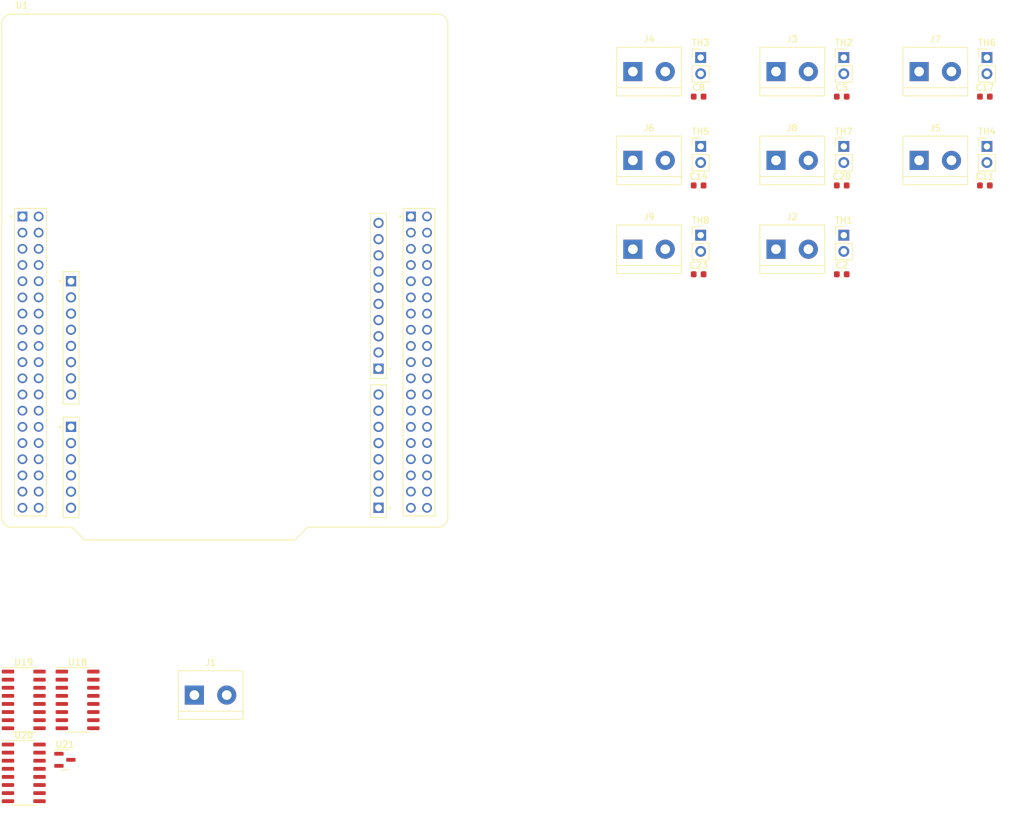
<source format=kicad_pcb>
(kicad_pcb (version 20211014) (generator pcbnew)
  (layers (0 "F.Cu" signal) (31 "B.Cu" signal) (34 "B.Paste" user) (35 "F.Paste" user) (36 "B.SilkS" user "B.Silkscreen") (37 "F.SilkS" user "F.Silkscreen") (38 "B.Mask" user) (39 "F.Mask" user) (44 "Edge.Cuts" user))
  (net 0 "")
  (net 1 "GND")
  (net 2 "/test-battery-1/VBAT")
  (net 3 "/test-battery-2/VBAT")
  (net 4 "/test-battery-3/VBAT")
  (net 5 "/test-battery-4/VBAT")
  (net 6 "/test-battery-5/VBAT")
  (net 7 "/test-battery-8/VBAT")
  (net 8 "/test-battery-7/VBAT")
  (net 9 "/test-battery-6/VBAT")
  (net 39 "Net-(U1-PadCN10_20)")
  (net 65 "+5V")
  (net 66 "/SENSOR_22")
  (net 67 "/Board/SPI_ADC_CS_1")
  (net 91 "VCC")
  (net 92 "/SIGNAL_10")
  (net 93 "/SIGNAL_11")
  (net 94 "/SIGNAL_20")
  (net 95 "/SIGNAL_21")
  (net 97 "/SENSOR_10")
  (net 98 "/SENSOR_12")
  (net 99 "/SENSOR_20")
  (net 100 "+3.3V")
  (net 101 "/Board/SPI_ADC_MOSI")
  (net 102 "/Board/SPI_ADC_MISO")
  (net 103 "/Board/SPI_ADC_SCK")
  (net 104 "+5VA")
  (net 105 "/Board/SPI_ADC_CS_2")
  (net 106 "/Board/SPI_ADC_CS_3")
  (net 107 "Net-(C25-Pad1)")
  (net 109 "/SENSOR_30")
  (net 110 "/SENSOR_40")
  (net 111 "/SENSOR_50")
  (net 112 "/SENSOR_60")
  (net 113 "/SENSOR_70")
  (net 114 "/SENSOR_80")
  (net 115 "/SENSOR_11")
  (net 116 "/SENSOR_21")
  (net 117 "/SENSOR_31")
  (net 118 "/SENSOR_41")
  (net 119 "/SENSOR_51")
  (net 120 "/SENSOR_61")
  (net 121 "/SENSOR_71")
  (net 122 "/SENSOR_81")
  (net 123 "/SENSOR_32")
  (net 124 "/SENSOR_42")
  (net 125 "/SENSOR_52")
  (net 126 "/SENSOR_62")
  (net 127 "/SENSOR_72")
  (net 128 "/SENSOR_82")
  (net 131 "Net-(U1-PadCN6_6)")
  (net 136 "Net-(1-10m1-Pad1)")
  (net 137 "Net-(1-10m2-Pad1)")
  (net 138 "Net-(1-10m3-Pad1)")
  (net 139 "Net-(1-10m4-Pad1)")
  (net 140 "Net-(1-10m5-Pad1)")
  (net 141 "Net-(1-10m6-Pad1)")
  (net 142 "Net-(1-10m7-Pad1)")
  (net 143 "Net-(1-10m8-Pad1)")
  (footprint "TerminalBlock:TerminalBlock_bornier-2_P5.08mm" (layer "F.Cu") (at 129.78 64.65)
    (fp_text reference "J9" (at 2.54 -5.08) (layer "F.SilkS"))
    (fp_text value "Conn_01x02_Female")
    (fp_line (start 7.62 2.54) (end -2.54 2.54) (layer "F.SilkS") (width 0.12))
    (fp_line (start 7.62 -3.81) (end -2.54 -3.81) (layer "F.SilkS") (width 0.12))
    (fp_line (start -2.54 -3.81) (end -2.54 3.81) (layer "F.SilkS") (width 0.12))
    (fp_line (start -2.54 3.81) (end 7.62 3.81) (layer "F.SilkS") (width 0.12))
    (fp_line (start 7.62 3.81) (end 7.62 -3.81) (layer "F.SilkS") (width 0.12))
    (pad "1" thru_hole rect (at 0 0) (size 3 3) (drill 1.52) (layers *.Cu *.Mask) (net 143 "Net-(1-10m8-Pad1)"))
    (pad "2" thru_hole circle (at 5.08 0) (size 3 3) (drill 1.52) (layers *.Cu *.Mask) (net 9 "/test-battery-6/VBAT"))
  )
  (footprint "Package_SO:SOIC-16_3.9x9.9mm_P1.27mm" (layer "F.Cu") (at 34.18 135.38)
    (fp_text reference "U19" (at 0 -5.9) (layer "F.SilkS"))
    (fp_text value "MCP3008")
    (fp_line (start 0 -5.06) (end 1.95 -5.06) (layer "F.SilkS") (width 0.12))
    (fp_line (start 0 5.06) (end 1.95 5.06) (layer "F.SilkS") (width 0.12))
    (fp_line (start 0 -5.06) (end -3.45 -5.06) (layer "F.SilkS") (width 0.12))
    (fp_line (start 0 5.06) (end -1.95 5.06) (layer "F.SilkS") (width 0.12))
    (pad "1" smd roundrect (at -2.475 -4.445) (size 1.95 0.6) (layers "F.Cu" "F.Paste" "F.Mask") (net 115 "/SENSOR_11"))
    (pad "2" smd roundrect (at -2.475 -3.175) (size 1.95 0.6) (layers "F.Cu" "F.Paste" "F.Mask") (net 116 "/SENSOR_21"))
    (pad "3" smd roundrect (at -2.475 -1.905) (size 1.95 0.6) (layers "F.Cu" "F.Paste" "F.Mask") (net 117 "/SENSOR_31"))
    (pad "4" smd roundrect (at -2.475 -0.635) (size 1.95 0.6) (layers "F.Cu" "F.Paste" "F.Mask") (net 118 "/SENSOR_41"))
    (pad "5" smd roundrect (at -2.475 0.635) (size 1.95 0.6) (layers "F.Cu" "F.Paste" "F.Mask") (net 119 "/SENSOR_51"))
    (pad "6" smd roundrect (at -2.475 1.905) (size 1.95 0.6) (layers "F.Cu" "F.Paste" "F.Mask") (net 120 "/SENSOR_61"))
    (pad "7" smd roundrect (at -2.475 3.175) (size 1.95 0.6) (layers "F.Cu" "F.Paste" "F.Mask") (net 121 "/SENSOR_71"))
    (pad "8" smd roundrect (at -2.475 4.445) (size 1.95 0.6) (layers "F.Cu" "F.Paste" "F.Mask") (net 122 "/SENSOR_81"))
    (pad "9" smd roundrect (at 2.475 4.445) (size 1.95 0.6) (layers "F.Cu" "F.Paste" "F.Mask") (net 1 "GND"))
    (pad "10" smd roundrect (at 2.475 3.175) (size 1.95 0.6) (layers "F.Cu" "F.Paste" "F.Mask") (net 105 "/Board/SPI_ADC_CS_2"))
    (pad "11" smd roundrect (at 2.475 1.905) (size 1.95 0.6) (layers "F.Cu" "F.Paste" "F.Mask") (net 101 "/Board/SPI_ADC_MOSI"))
    (pad "12" smd roundrect (at 2.475 0.635) (size 1.95 0.6) (layers "F.Cu" "F.Paste" "F.Mask") (net 102 "/Board/SPI_ADC_MISO"))
    (pad "13" smd roundrect (at 2.475 -0.635) (size 1.95 0.6) (layers "F.Cu" "F.Paste" "F.Mask") (net 103 "/Board/SPI_ADC_SCK"))
    (pad "14" smd roundrect (at 2.475 -1.905) (size 1.95 0.6) (layers "F.Cu" "F.Paste" "F.Mask") (net 1 "GND"))
    (pad "15" smd roundrect (at 2.475 -3.175) (size 1.95 0.6) (layers "F.Cu" "F.Paste" "F.Mask") (net 104 "+5VA"))
    (pad "16" smd roundrect (at 2.475 -4.445) (size 1.95 0.6) (layers "F.Cu" "F.Paste" "F.Mask") (net 65 "+5V"))
  )
  (footprint "TerminalBlock:TerminalBlock_bornier-2_P5.08mm" (layer "F.Cu") (at 129.78 36.77)
    (fp_text reference "J4" (at 2.54 -5.08) (layer "F.SilkS"))
    (fp_text value "Conn_01x02_Female")
    (fp_line (start 7.62 -3.81) (end -2.54 -3.81) (layer "F.SilkS") (width 0.12))
    (fp_line (start -2.54 3.81) (end 7.62 3.81) (layer "F.SilkS") (width 0.12))
    (fp_line (start 7.62 3.81) (end 7.62 -3.81) (layer "F.SilkS") (width 0.12))
    (fp_line (start 7.62 2.54) (end -2.54 2.54) (layer "F.SilkS") (width 0.12))
    (fp_line (start -2.54 -3.81) (end -2.54 3.81) (layer "F.SilkS") (width 0.12))
    (pad "1" thru_hole rect (at 0 0) (size 3 3) (drill 1.52) (layers *.Cu *.Mask) (net 138 "Net-(1-10m3-Pad1)"))
    (pad "2" thru_hole circle (at 5.08 0) (size 3 3) (drill 1.52) (layers *.Cu *.Mask) (net 4 "/test-battery-3/VBAT"))
  )
  (footprint "TerminalBlock:TerminalBlock_bornier-2_P5.08mm" (layer "F.Cu") (at 152.24 36.77)
    (fp_text reference "J3" (at 2.54 -5.08) (layer "F.SilkS"))
    (fp_text value "Conn_01x02_Female")
    (fp_line (start 7.62 -3.81) (end -2.54 -3.81) (layer "F.SilkS") (width 0.12))
    (fp_line (start 7.62 2.54) (end -2.54 2.54) (layer "F.SilkS") (width 0.12))
    (fp_line (start 7.62 3.81) (end 7.62 -3.81) (layer "F.SilkS") (width 0.12))
    (fp_line (start -2.54 3.81) (end 7.62 3.81) (layer "F.SilkS") (width 0.12))
    (fp_line (start -2.54 -3.81) (end -2.54 3.81) (layer "F.SilkS") (width 0.12))
    (pad "1" thru_hole rect (at 0 0) (size 3 3) (drill 1.52) (layers *.Cu *.Mask) (net 137 "Net-(1-10m2-Pad1)"))
    (pad "2" thru_hole circle (at 5.08 0) (size 3 3) (drill 1.52) (layers *.Cu *.Mask) (net 3 "/test-battery-2/VBAT"))
  )
  (footprint "TerminalBlock:TerminalBlock_bornier-2_P5.08mm" (layer "F.Cu") (at 152.24 64.65)
    (fp_text reference "J2" (at 2.54 -5.08) (layer "F.SilkS"))
    (fp_text value "Conn_01x02_Female")
    (fp_line (start -2.54 -3.81) (end -2.54 3.81) (layer "F.SilkS") (width 0.12))
    (fp_line (start -2.54 3.81) (end 7.62 3.81) (layer "F.SilkS") (width 0.12))
    (fp_line (start 7.62 -3.81) (end -2.54 -3.81) (layer "F.SilkS") (width 0.12))
    (fp_line (start 7.62 2.54) (end -2.54 2.54) (layer "F.SilkS") (width 0.12))
    (fp_line (start 7.62 3.81) (end 7.62 -3.81) (layer "F.SilkS") (width 0.12))
    (pad "1" thru_hole rect (at 0 0) (size 3 3) (drill 1.52) (layers *.Cu *.Mask) (net 136 "Net-(1-10m1-Pad1)"))
    (pad "2" thru_hole circle (at 5.08 0) (size 3 3) (drill 1.52) (layers *.Cu *.Mask) (net 2 "/test-battery-1/VBAT"))
  )
  (footprint "Connector_PinHeader_2.54mm:PinHeader_1x02_P2.54mm_Vertical" (layer "F.Cu") (at 140.42 48.51)
    (fp_text reference "TH5" (at 0 -2.33) (layer "F.SilkS"))
    (fp_text value "Thermistor_NTC")
    (fp_line (start 1.33 1.27) (end 1.33 3.87) (layer "F.SilkS") (width 0.12))
    (fp_line (start -1.33 1.27) (end -1.33 3.87) (layer "F.SilkS") (width 0.12))
    (fp_line (start -1.33 3.87) (end 1.33 3.87) (layer "F.SilkS") (width 0.12))
    (fp_line (start -1.33 -1.33) (end 0 -1.33) (layer "F.SilkS") (width 0.12))
    (fp_line (start -1.33 0) (end -1.33 -1.33) (layer "F.SilkS") (width 0.12))
    (fp_line (start -1.33 1.27) (end 1.33 1.27) (layer "F.SilkS") (width 0.12))
    (pad "1" thru_hole rect (at 0 0) (size 1.7 1.7) (drill 1) (layers *.Cu *.Mask) (net 65 "+5V"))
    (pad "2" thru_hole oval (at 0 2.54) (size 1.7 1.7) (drill 1) (layers *.Cu *.Mask) (net 125 "/SENSOR_52"))
  )
  (footprint "Package_SO:SOIC-16_3.9x9.9mm_P1.27mm" (layer "F.Cu") (at 42.63 135.38)
    (fp_text reference "U18" (at 0 -5.9) (layer "F.SilkS"))
    (fp_text value "MCP3008")
    (fp_line (start 0 -5.06) (end -3.45 -5.06) (layer "F.SilkS") (width 0.12))
    (fp_line (start 0 5.06) (end -1.95 5.06) (layer "F.SilkS") (width 0.12))
    (fp_line (start 0 5.06) (end 1.95 5.06) (layer "F.SilkS") (width 0.12))
    (fp_line (start 0 -5.06) (end 1.95 -5.06) (layer "F.SilkS") (width 0.12))
    (pad "1" smd roundrect (at -2.475 -4.445) (size 1.95 0.6) (layers "F.Cu" "F.Paste" "F.Mask") (net 97 "/SENSOR_10"))
    (pad "2" smd roundrect (at -2.475 -3.175) (size 1.95 0.6) (layers "F.Cu" "F.Paste" "F.Mask") (net 99 "/SENSOR_20"))
    (pad "3" smd roundrect (at -2.475 -1.905) (size 1.95 0.6) (layers "F.Cu" "F.Paste" "F.Mask") (net 109 "/SENSOR_30"))
    (pad "4" smd roundrect (at -2.475 -0.635) (size 1.95 0.6) (layers "F.Cu" "F.Paste" "F.Mask") (net 110 "/SENSOR_40"))
    (pad "5" smd roundrect (at -2.475 0.635) (size 1.95 0.6) (layers "F.Cu" "F.Paste" "F.Mask") (net 111 "/SENSOR_50"))
    (pad "6" smd roundrect (at -2.475 1.905) (size 1.95 0.6) (layers "F.Cu" "F.Paste" "F.Mask") (net 112 "/SENSOR_60"))
    (pad "7" smd roundrect (at -2.475 3.175) (size 1.95 0.6) (layers "F.Cu" "F.Paste" "F.Mask") (net 113 "/SENSOR_70"))
    (pad "8" smd roundrect (at -2.475 4.445) (size 1.95 0.6) (layers "F.Cu" "F.Paste" "F.Mask") (net 114 "/SENSOR_80"))
    (pad "9" smd roundrect (at 2.475 4.445) (size 1.95 0.6) (layers "F.Cu" "F.Paste" "F.Mask") (net 1 "GND"))
    (pad "10" smd roundrect (at 2.475 3.175) (size 1.95 0.6) (layers "F.Cu" "F.Paste" "F.Mask") (net 67 "/Board/SPI_ADC_CS_1"))
    (pad "11" smd roundrect (at 2.475 1.905) (size 1.95 0.6) (layers "F.Cu" "F.Paste" "F.Mask") (net 101 "/Board/SPI_ADC_MOSI"))
    (pad "12" smd roundrect (at 2.475 0.635) (size 1.95 0.6) (layers "F.Cu" "F.Paste" "F.Mask") (net 102 "/Board/SPI_ADC_MISO"))
    (pad "13" smd roundrect (at 2.475 -0.635) (size 1.95 0.6) (layers "F.Cu" "F.Paste" "F.Mask") (net 103 "/Board/SPI_ADC_SCK"))
    (pad "14" smd roundrect (at 2.475 -1.905) (size 1.95 0.6) (layers "F.Cu" "F.Paste" "F.Mask") (net 1 "GND"))
    (pad "15" smd roundrect (at 2.475 -3.175) (size 1.95 0.6) (layers "F.Cu" "F.Paste" "F.Mask") (net 104 "+5VA"))
    (pad "16" smd roundrect (at 2.475 -4.445) (size 1.95 0.6) (layers "F.Cu" "F.Paste" "F.Mask") (net 65 "+5V"))
  )
  (footprint "Capacitor_SMD:C_0603_1608Metric" (layer "F.Cu") (at 162.56 54.64)
    (fp_text reference "C20" (at 0 -1.43) (layer "F.SilkS"))
    (fp_text value "C")
    (fp_line (start -0.14058 0.51) (end 0.14058 0.51) (layer "F.SilkS") (width 0.12))
    (fp_line (start -0.14058 -0.51) (end 0.14058 -0.51) (layer "F.SilkS") (width 0.12))
    (pad "1" smd roundrect (at -0.775 0) (size 0.9 0.95) (layers "F.Cu" "F.Paste" "F.Mask") (net 8 "/test-battery-7/VBAT"))
    (pad "2" smd roundrect (at 0.775 0) (size 0.9 0.95) (layers "F.Cu" "F.Paste" "F.Mask") (net 1 "GND"))
  )
  (footprint "STS_Boards:ST_Morpho_Connector_64_MountingHoles" (layer "F.Cu") (at 65.73 69.02)
    (fp_text reference "U1" (at -31.825 -42.635) (layer "F.SilkS"))
    (fp_text value "NUCLEO-F401RE")
    (fp_line (start -33.5 -41.25) (end 33.5 -41.25) (layer "F.SilkS") (width 0.127))
    (fp_line (start 22.88 -10.01) (end 22.88 15.89) (layer "F.SilkS") (width 0.127))
    (fp_line (start -35 37.75) (end -35 -39.75) (layer "F.SilkS") (width 0.127))
    (fp_line (start -22.88 37.73) (end -22.88 21.99) (layer "F.SilkS") (width 0.127))
    (fp_line (start 11 41.25) (end -22 41.25) (layer "F.SilkS") (width 0.127))
    (fp_line (start -32.98 37.48) (end -27.98 37.48) (layer "F.SilkS") (width 0.127))
    (fp_line (start 22.88 16.91) (end 22.88 37.73) (layer "F.SilkS") (width 0.127))
    (fp_line (start -25.38 37.73) (end -22.88 37.73) (layer "F.SilkS") (width 0.127))
    (fp_line (start -25.38 19.95) (end -22.88 19.95) (layer "F.SilkS") (width 0.127))
    (fp_line (start 25.38 15.89) (end 25.38 -10.01) (layer "F.SilkS") (width 0.127))
    (fp_line (start -27.98 37.48) (end -27.98 -10.78) (layer "F.SilkS") (width 0.127))
    (fp_line (start 27.98 -10.78) (end 27.98 37.48) (layer "F.SilkS") (width 0.127))
    (fp_line (start -25.38 -0.87) (end -25.38 19.95) (layer "F.SilkS") (width 0.127))
    (fp_line (start -32.98 -10.78) (end -32.98 37.48) (layer "F.SilkS") (width 0.127))
    (fp_line (start -22.88 -0.87) (end -25.38 -0.87) (layer "F.SilkS") (width 0.127))
    (fp_line (start -22 41.25) (end -24 39.25) (layer "F.SilkS") (width 0.127))
    (fp_line (start 22.88 15.89) (end 25.38 15.89) (layer "F.SilkS") (width 0.127))
    (fp_line (start 25.38 16.91) (end 22.88 16.91) (layer "F.SilkS") (width 0.127))
    (fp_line (start -22.88 19.95) (end -22.88 -0.87) (layer "F.SilkS") (width 0.127))
    (fp_line (start 25.38 -10.01) (end 22.88 -10.01) (layer "F.SilkS") (width 0.127))
    (fp_line (start 22.88 37.73) (end 25.38 37.73) (layer "F.SilkS") (width 0.127))
    (fp_line (start -25.38 21.99) (end -25.38 37.73) (layer "F.SilkS") (width 0.127))
    (fp_line (start 27.98 37.48) (end 32.98 37.48) (layer "F.SilkS") (width 0.127))
    (fp_line (start 32.98 37.48) (end 32.98 -10.78) (layer "F.SilkS") (width 0.127))
    (fp_line (start -22.88 21.99) (end -25.38 21.99) (layer "F.SilkS") (width 0.127))
    (fp_line (start -27.98 -10.78) (end -32.98 -10.78) (layer "F.SilkS") (width 0.127))
    (fp_line (start -24 39.25) (end -33.5 39.25) (layer "F.SilkS") (width 0.127))
    (fp_line (start 13 39.25) (end 11 41.25) (layer "F.SilkS") (width 0.127))
    (fp_line (start 33.5 39.25) (end 13 39.25) (layer "F.SilkS") (width 0.127))
    (fp_line (start 25.38 37.73) (end 25.38 16.91) (layer "F.SilkS") (width 0.127))
    (fp_line (start 32.98 -10.78) (end 27.98 -10.78) (layer "F.SilkS") (width 0.127))
    (fp_line (start 35 -39.75) (end 35 37.75) (layer "F.SilkS") (width 0.127))
    (fp_arc (start -35 -39.75) (mid -34.56066 -40.81066) (end -33.5 -41.25) (layer "F.SilkS") (width 0.127))
    (fp_arc (start 33.5 -41.25) (mid 34.56066 -40.81066) (end 35 -39.75) (layer "F.SilkS") (width 0.127))
    (fp_arc (start 35 37.75) (mid 34.56066 38.81066) (end 33.5 39.25) (layer "F.SilkS") (width 0.127))
    (fp_arc (start -33.5 39.25) (mid -34.56066 38.81066) (end -35 37.75) (layer "F.SilkS") (width 0.127))
    (fp_circle (center -25.88 23.51) (end -25.78 23.51) (layer "F.SilkS") (width 0.2) (fill none))
    (fp_circle (center 27.46 -9.51) (end 27.56 -9.51) (layer "F.SilkS") (width 0.2) (fill none))
    (fp_circle (center 25.88 14.37) (end 25.98 14.37) (layer "F.SilkS") (width 0.2) (fill none))
    (fp_circle (center -25.88 0.65) (end -25.78 0.65) (layer "F.SilkS") (width 0.2) (fill none))
    (fp_circle (center -33.5 -9.51) (end -33.4 -9.51) (layer "F.SilkS") (width 0.2) (fill none))
    (fp_circle (center 25.88 36.21) (end 25.98 36.21) (layer "F.SilkS") (width 0.2) (fill none))
    (pad "" np_thru_hole circle (at -24.13 -13.32) (size 3 3) (drill 3) (layers *.Cu *.Mask))
    (pad "" np_thru_hole circle (at 8.89 38.75) (size 3 3) (drill 3) (layers *.Cu *.Mask))
    (pad "" np_thru_hole circle (at 24.13 -12.05) (size 3 3) (drill 3) (layers *.Cu *.Mask))
    (pad "CN5_1" thru_hole rect (at 24.13 14.37) (size 1.605 1.605) (drill 1.07) (layers *.Cu *.Mask))
    (pad "CN5_2" thru_hole circle (at 24.13 11.83) (size 1.605 1.605) (drill 1.07) (layers *.Cu *.Mask))
    (pad "CN5_3" thru_hole circle (at 24.13 9.29) (size 1.605 1.605) (drill 1.07) (layers *.Cu *.Mask))
    (pad "CN5_4" thru_hole circle (at 24.13 6.75) (size 1.605 1.605) (drill 1.07) (layers *.Cu *.Mask))
    (pad "CN5_5" thru_hole circle (at 24.13 4.21) (size 1.605 1.605) (drill 1.07) (layers *.Cu *.Mask))
    (pad "CN5_6" thru_hole circle (at 24.13 1.67) (size 1.605 1.605) (drill 1.07) (layers *.Cu *.Mask))
    (pad "CN5_7" thru_hole circle (at 24.13 -0.87) (size 1.605 1.605) (drill 1.07) (layers *.Cu *.Mask))
    (pad "CN5_8" thru_hole circle (at 24.13 -3.41) (size 1.605 1.605) (drill 1.07) (layers *.Cu *.Mask))
    (pad "CN5_9" thru_hole circle (at 24.13 -5.95) (size 1.605 1.605) (drill 1.07) (layers *.Cu *.Mask))
    (pad "CN5_10" thru_hole circle (at 24.13 -8.49) (size 1.605 1.605) (drill 1.07) (layers *.Cu *.Mask))
    (pad "CN6_1" thru_hole rect (at -24.13 0.65) (size 1.605 1.605) (drill 1.07) (layers *.Cu *.Mask))
    (pad "CN6_2" thru_hole circle (at -24.13 3.19) (size 1.605 1.605) (drill 1.07) (layers *.Cu *.Mask))
    (pad "CN6_3" thru_hole circle (at -24.13 5.73) (size 1.605 1.605) (drill 1.07) (layers *.Cu *.Mask))
    (pad "CN6_4" thru_hole circle (at -24.13 8.27) (size 1.605 1.605) (drill 1.07) (layers *.Cu *.Mask))
    (pad "CN6_5" thru_hole circle (at -24.13 10.81) (size 1.605 1.605) (drill 1.07) (layers *.Cu *.Mask))
    (pad "CN6_6" thru_hole circle (at -24.13 13.35) (size 1.605 1.605) (drill 1.07) (layers *.Cu *.Mask) (net 131 "Net-(U1-PadCN6_6)"))
    (pad "CN6_7" thru_hole circle (at -24.13 15.89) (size 1.605 1.605) (drill 1.07) (layers *.Cu *.Mask) (net 131 "Net-(U1-PadCN6_6)"))
    (pad "CN6_8" thru_hole circle (at -24.13 18.43) (size 1.605 1.605) (drill 1.07) (layers *.Cu *.Mask))
    (pad "CN7_1" thru_hole rect (at -31.75 -9.51) (size 1.53 1.53) (drill 1.02) (layers *.Cu *.Mask) (net 95 "/SIGNAL_21"))
    (pad "CN7_2" thru_hole circle (at -29.21 -9.51) (size 1.53 1.53) (drill 1.02) (layers *.Cu *.Mask) (net 92 "/SIGNAL_10"))
    (pad "CN7_3" thru_hole circle (at -31.75 -6.97) (size 1.53 1.53) (drill 1.02) (layers *.Cu *.Mask) (net 94 "/SIGNAL_20"))
    (pad "CN7_4" thru_hole circle (at -29.21 -6.97) (size 1.53 1.53) (drill 1.02) (layers *.Cu *.Mask))
    (pad "CN7_5" thru_hole circle (at -31.75 -4.43) (size 1.53 1.53) (drill 1.02) (layers *.Cu *.Mask))
    (pad "CN7_6" thru_hole circle (at -29.21 -4.43) (size 1.53 1.53) (drill 1.02) (layers *.Cu *.Mask))
    (pad "CN7_7" thru_hole circle (at -31.75 -1.89) (size 1.53 1.53) (drill 1.02) (layers *.Cu *.Mask))
    (pad "CN7_8" thru_hole circle (at -29.21 -1.89) (size 1.53 1.53) (drill 1.02) (layers *.Cu *.Mask) (net 1 "GND"))
    (pad "CN7_9" thru_hole circle (at -31.75 0.65) (size 1.53 1.53) (drill 1.02) (layers *.Cu *.Mask))
    (pad "CN7_10" thru_hole circle (at -29.21 0.65) (size 1.53 1.53) (drill 1.02) (layers *.Cu *.Mask))
    (pad "CN7_11" thru_hole circle (at -31.75 3.19) (size 1.53 1.53) (drill 1.02) (layers *.Cu *.Mask))
    (pad "CN7_12" thru_hole circle (at -29.21 3.19) (size 1.53 1.53) (drill 1.02) (layers *.Cu *.Mask))
    (pad "CN7_13" thru_hole circle (at -31.75 5.73) (size 1.53 1.53) (drill 1.02) (layers *.Cu *.Mask) (net 93 "/SIGNAL_11"))
    (pad "CN7_14" thru_hole circle (at -29.21 5.73) (size 1.53 1.53) (drill 1.02) (layers *.Cu *.Mask))
    (pad "CN7_15" thru_hole circle (at -31.75 8.27) (size 1.53 1.53) (drill 1.02) (layers *.Cu *.Mask))
    (pad "CN7_16" thru_hole circle (at -29.21 8.27) (size 1.53 1.53) (drill 1.02) (layers *.Cu *.Mask) (net 65 "+5V"))
    (pad "CN7_17" thru_hole circle (at -31.75 10.81) (size 1.53 1.53) (drill 1.02) (layers *.Cu *.Mask))
    (pad "CN7_18" thru_hole circle (at -29.21 10.81) (size 1.53 1.53) (drill 1.02) (layers *.Cu *.Mask) (net 100 "+3.3V"))
    (pad "CN7_19" thru_hole circle (at -31.75 13.35) (size 1.53 1.53) (drill 1.02) (layers *.Cu *.Mask) (net 1 "GND"))
    (pad "CN7_20" thru_hole circle (at -29.21 13.35) (size 1.53 1.53) (drill 1.02) (layers *.Cu *.Mask) (net 1 "GND"))
    (pad "CN7_21" thru_hole circle (at -31.75 15.89) (size 1.53 1.53) (drill 1.02) (layers *.Cu *.Mask))
    (pad "CN7_22" thru_hole circle (at -29.21 15.89) (size 1.53 1.53) (drill 1.02) (layers *.Cu *.Mask) (net 1 "GND"))
    (pad "CN7_23" thru_hole circle (at -31.75 18.43) (size 1.53 1.53) (drill 1.02) (layers *.Cu *.Mask))
    (pad "CN7_24" thru_hole circle (at -29.21 18.43) (size 1.53 1.53) (drill 1.02) (layers *.Cu *.Mask) (net 91 "VCC"))
    (pad "CN7_25" thru_hole circle (at -31.75 20.97) (size 1.53 1.53) (drill 1.02) (layers *.Cu *.Mask))
    (pad "CN7_26" thru_hole circle (at -29.21 20.97) (size 1.53 1.53) (drill 1.02) (layers *.Cu *.Mask))
    (pad "CN7_27" thru_hole circle (at -31.75 23.51) (size 1.53 1.53) (drill 1.02) (layers *.Cu *.Mask))
    (pad "CN7_28" thru_hole circle (at -29.21 23.51) (size 1.53 1.53) (drill 1.02) (layers *.Cu *.Mask))
    (pad "CN7_29" thru_hole circle (at -31.75 26.05) (size 1.53 1.53) (drill 1.02) (layers *.Cu *.Mask))
    (pad "CN7_30" thru_hole circle (at -29.21 26.05) (size 1.53 1.53) (drill 1.02) (layers *.Cu *.Mask))
    (pad "CN7_31" thru_hole circle (at -31.75 28.59) (size 1.53 1.53) (drill 1.02) (layers *.Cu *.Mask))
    (pad "CN7_32" thru_hole circle (at -29.21 28.59) (size 1.53 1.53) (drill 1.02) (layers *.Cu *.Mask))
    (pad "CN7_33" thru_hole circle (at -31.75 31.13) (size 1.53 1.53) (drill 1.02) (layers *.Cu *.Mask))
    (pad "CN7_34" thru_hole circle (at -29.21 31.13) (size 1.53 1.53) (drill 1.02) (layers *.Cu *.Mask))
    (pad "CN7_35" thru_hole circle (at -31.75 33.67) (size 1.53 1.53) (drill 1.02) (layers *.Cu *.Mask))
    (pad "CN7_36" thru_hole circle (at -29.21 33.67) (size 1.53 1.53) (drill 1.02) (layers *.Cu *.Mask))
    (pad "CN7_37" thru_hole circle (at -31.75 36.21) (size 1.53 1.53) (drill 1.02) (layers *.Cu *.Mask))
    (pad "CN7_38" thru_hole circle (at -29.21 36.21) (size 1.53 1.53) (drill 1.02) (layers *.Cu *.Mask))
    (pad "CN8_1" thru_hole rect (at -24.13 23.51) (size 1.605 1.605) (drill 1.07) (layers *.Cu *.Mask))
    (pad "CN8_2" thru_hole circle (at -24.13 26.05) (size 1.605 1.605) (drill 1.07) (layers *.Cu *.Mask))
    (pad "CN8_3" thru_hole circle (at -24.13 28.59) (size 1.605 1.605) (drill 1.07) (layers *.Cu *.Mask))
    (pad "CN8_4" thru_hole circle (at -24.13 31.13) (size 1.605 1.605) (drill 1.07) (layers *.Cu *.Mask))
    (pad "CN8_5" thru_hole circle (at -24.13 33.67) (size 1.605 1.605) (drill 1.07) (layers *.Cu *.Mask))
    (pad "CN8_6" thru_hole circle (at -24.13 36.21) (size 1.605 1.605) (drill 1.07) (layers *.Cu *.Mask))
    (pad "CN9_1" thru_hole rect (at 24.13 36.21) (size 1.605 1.605) (drill 1.07) (layers *.Cu *.Mask))
    (pad "CN9_2" thru_hole circle (at 24.13 33.67) (size 1.605 1.605) (drill 1.07) (layers *.Cu *.Mask))
    (pad "CN9_3" thru_hole circle (at 24.13 31.13) (size 1.605 1.605) (drill 1.07) (layers *.Cu *.Mask))
    (pad "CN9_4" thru_hole circle (at 24.13 28.59) (size 1.605 1.605) (drill 1.07) (layers *.Cu *.Mask))
    (pad "CN9_5" thru_hole circle (at 24.13 26.05) (size 1.605 1.605) (drill 1.07) (layers *.Cu *.Mask))
    (pad "CN9_6" thru_hole circle (at 24.13 23.51) (size 1.605 1.605) (drill 1.07) (layers *.Cu *.Mask))
    (pad "CN9_7" thru_hole circle (at 24.13 20.97) (size 1.605 1.605) (drill 1.07) (layers *.Cu *.Mask))
    (pad "CN9_8" thru_hole circle (at 24.13 18.43) (size 1.605 1.605) (drill 1.07) (layers *.Cu *.Mask))
    (pad "CN10_1" thru_hole rect (at 29.21 -9.51) (size 1.53 1.53) (drill 1.02) (layers *.Cu *.Mask))
    (pad "CN10_2" thru_hole circle (at 31.75 -9.51) (size 1.53 1.53) (drill 1.02) (layers *.Cu *.Mask))
    (pad "CN10_3" thru_hole circle (at 29.21 -6.97) (size 1.53 1.53) (drill 1.02) (layers *.Cu *.Mask))
    (pad "CN10_4" thru_hole circle (at 31.75 -6.97) (size 1.53 1.53) (drill 1.02) (layers *.Cu *.Mask))
    (pad "CN10_5" thru_hole circle (at 29.21 -4.43) (size 1.53 1.53) (drill 1.02) (layers *.Cu *.Mask))
    (pad "CN10_6" thru_hole circle (at 31.75 -4.43) (size 1.53 1.53) (drill 1.02) (layers *.Cu *.Mask))
    (pad "CN10_7" thru_hole circle (at 29.21 -1.89) (size 1.53 1.53) (drill 1.02) (layers *.Cu *.Mask))
    (pad "CN10_8" thru_hole circle (at 31.75 -1.89) (size 1.53 1.53) (drill 1.02) (layers *.Cu *.Mask))
    (pad "CN10_9" thru_hole circle (at 29.21 0.65) (size 1.53 1.53) (drill 1.02) (layers *.Cu *.Mask) (net 39 "Net-(U1-PadCN10_20)"))
    (pad "CN10_10" thru_hole circle (at 31.75 0.65) (size 1.53 1.53) (drill 1.02) (layers *.Cu *.Mask))
    (pad "CN10_11" thru_hole circle (at 29.21 3.19) (size 1.53 1.53) (drill 1.02) (layers *.Cu *.Mask))
    (pad "CN10_12" thru_hole circle (at 31.75 3.19) (size 1.53 1.53) (drill 1.02) (layers *.Cu *.Mask))
    (pad "CN10_13" thru_hole circle (at 29.21 5.73) (size 1.53 1.53) (drill 1.02) (layers *.Cu *.Mask))
    (pad "CN10_14" thru_hole circle (at 31.75 5.73) (size 1.53 1.53) (drill 1.02) (layers *.Cu *.Mask))
    (pad "CN10_15" thru_hole circle (at 29.21 8.27) (size 1.53 1.53) (drill 1.02) (layers *.Cu *.Mask))
    (pad "CN10_16" thru_hole circle (at 31.75 8.27) (size 1.53 1.53) (drill 1.02) (layers *.Cu *.Mask))
    (pad "CN10_17" thru_hole circle (at 29.21 10.81) (size 1.53 1.53) (drill 1.02) (layers *.Cu *.Mask))
    (pad "CN10_18" thru_hole circle (at 31.75 10.81) (size 1.53 1.53) (drill 1.02) (layers *.Cu *.Mask))
    (pad "CN10_19" thru_hole circle (at 29.21 13.35) (size 1.53 1.53) (drill 1.02) (layers *.Cu *.Mask))
    (pad "CN10_20" thru_hole circle (at 31.75 13.35) (size 1.53 1.53) (drill 1.02) (layers *.Cu *.Mask) (net 39 "Net-(U1-PadCN10_20)"))
    (pad "CN10_21" thru_hole circle (at 29.21 15.89) (size 1.53 1.53) (drill 1.02) (layers *.Cu *.Mask))
    (pad "CN10_22" thru_hole circle (at 31.75 15.89) (size 1.53 1.53) (drill 1.02) (layers *.Cu *.Mask))
    (pad "CN10_23" thru_hole circle (at 29.21 18.43) (size 1.53 1.53) (drill 1.02) (layers *.Cu *.Mask))
    (pad "CN10_24" thru_hole circle (at 31.75 18.43) (size 1.53 1.53) (drill 1.02) (layers *.Cu *.Mask))
    (pad "CN10_25" thru_hole circle (at 29.21 20.97) (size 1.53 1.53) (drill 1.02) (layers *.Cu *.Mask))
    (pad "CN10_26" thru_hole circle (at 31.75 20.97) (size 1.53 1.53) (drill 1.02) (layers *.Cu *.Mask))
    (pad "CN10_27" thru_hole circle (at 29.21 23.51) (size 1.53 1.53) (drill 1.02) (layers *.Cu *.Mask))
    (pad "CN10_28" thru_hole circle (at 31.75 23.51) (size 1.53 1.53) (drill 1.02) (layers *.Cu *.Mask))
    (pad "CN10_29" thru_hole circle (at 29.21 26.05) (size 1.53 1.53) (drill 1.02) (layers *.Cu *.Mask))
    (pad "CN10_30" thru_hole circle (at 31.75 26.05) (size 1.53 1.53) (drill 1.02) (layers *.Cu *.Mask))
    (pad "CN10_31" thru_hole circle (at 29.21 28.59) (size 1.53 1.53) (drill 1.02) (layers *.Cu *.Mask))
    (pad "CN10_32" thru_hole circle (at 31.75 28.59) (size 1.53 1.53) (drill 1.02) (layers *.Cu *.Mask))
    (pad "CN10_33" thru_hole circle (at 29.21 31.13) (size 1.53 1.53) (drill 1.02) (layers *.Cu *.Mask))
    (pad "CN10_34" thru_hole circle (at 31.75 31.13) (size 1.53 1.53) (drill 1.02) (layers *.Cu *.Mask))
    (pad "CN10_35" thru_hole circle (at 29.21 33.67) (size 1.53 1.53) (drill 1.02) (layers *.Cu *.Mask))
    (pad "CN10_36" thru_hole circle (at 31.75 33.67) (size 1.53 1.53) (drill 1.02) (layers *.Cu *.Mask))
    (pad "CN10_37" thru_hole circle (at 29.21 36.21) (size 1.53 1.53) (drill 1.02) (layers *.Cu *.Mask))
    (pad "CN10_38" thru_hole circle (at 31.75 36.21) (size 1.53 1.53) (drill 1.02) (layers *.Cu *.Mask))
  )
  (footprint "Connector_PinHeader_2.54mm:PinHeader_1x02_P2.54mm_Vertical" (layer "F.Cu") (at 185.34 48.51)
    (fp_text reference "TH4" (at 0 -2.33) (layer "F.SilkS"))
    (fp_text value "Thermistor_NTC")
    (fp_line (start -1.33 -1.33) (end 0 -1.33) (layer "F.SilkS") (width 0.12))
    (fp_line (start -1.33 1.27) (end 1.33 1.27) (layer "F.SilkS") (width 0.12))
    (fp_line (start -1.33 0) (end -1.33 -1.33) (layer "F.SilkS") (width 0.12))
    (fp_line (start -1.33 1.27) (end -1.33 3.87) (layer "F.SilkS") (width 0.12))
    (fp_line (start 1.33 1.27) (end 1.33 3.87) (layer "F.SilkS") (width 0.12))
    (fp_line (start -1.33 3.87) (end 1.33 3.87) (layer "F.SilkS") (width 0.12))
    (pad "1" thru_hole rect (at 0 0) (size 1.7 1.7) (drill 1) (layers *.Cu *.Mask) (net 65 "+5V"))
    (pad "2" thru_hole oval (at 0 2.54) (size 1.7 1.7) (drill 1) (layers *.Cu *.Mask) (net 124 "/SENSOR_42"))
  )
  (footprint "Connector_PinHeader_2.54mm:PinHeader_1x02_P2.54mm_Vertical" (layer "F.Cu") (at 140.42 62.45)
    (fp_text reference "TH8" (at 0 -2.33) (layer "F.SilkS"))
    (fp_text value "Thermistor_NTC")
    (fp_line (start -1.33 0) (end -1.33 -1.33) (layer "F.SilkS") (width 0.12))
    (fp_line (start -1.33 -1.33) (end 0 -1.33) (layer "F.SilkS") (width 0.12))
    (fp_line (start -1.33 1.27) (end -1.33 3.87) (layer "F.SilkS") (width 0.12))
    (fp_line (start -1.33 1.27) (end 1.33 1.27) (layer "F.SilkS") (width 0.12))
    (fp_line (start 1.33 1.27) (end 1.33 3.87) (layer "F.SilkS") (width 0.12))
    (fp_line (start -1.33 3.87) (end 1.33 3.87) (layer "F.SilkS") (width 0.12))
    (pad "1" thru_hole rect (at 0 0) (size 1.7 1.7) (drill 1) (layers *.Cu *.Mask) (net 65 "+5V"))
    (pad "2" thru_hole oval (at 0 2.54) (size 1.7 1.7) (drill 1) (layers *.Cu *.Mask) (net 126 "/SENSOR_62"))
  )
  (footprint "Package_SO:SOIC-16_3.9x9.9mm_P1.27mm" (layer "F.Cu") (at 34.18 146.83)
    (fp_text reference "U20" (at 0 -5.9) (layer "F.SilkS"))
    (fp_text value "MCP3008")
    (fp_line (start 0 5.06) (end -1.95 5.06) (layer "F.SilkS") (width 0.12))
    (fp_line (start 0 -5.06) (end -3.45 -5.06) (layer "F.SilkS") (width 0.12))
    (fp_line (start 0 -5.06) (end 1.95 -5.06) (layer "F.SilkS") (width 0.12))
    (fp_line (start 0 5.06) (end 1.95 5.06) (layer "F.SilkS") (width 0.12))
    (pad "1" smd roundrect (at -2.475 -4.445) (size 1.95 0.6) (layers "F.Cu" "F.Paste" "F.Mask") (net 98 "/SENSOR_12"))
    (pad "2" smd roundrect (at -2.475 -3.175) (size 1.95 0.6) (layers "F.Cu" "F.Paste" "F.Mask") (net 66 "/SENSOR_22"))
    (pad "3" smd roundrect (at -2.475 -1.905) (size 1.95 0.6) (layers "F.Cu" "F.Paste" "F.Mask") (net 123 "/SENSOR_32"))
    (pad "4" smd roundrect (at -2.475 -0.635) (size 1.95 0.6) (layers "F.Cu" "F.Paste" "F.Mask") (net 124 "/SENSOR_42"))
    (pad "5" smd roundrect (at -2.475 0.635) (size 1.95 0.6) (layers "F.Cu" "F.Paste" "F.Mask") (net 125 "/SENSOR_52"))
    (pad "6" smd roundrect (at -2.475 1.905) (size 1.95 0.6) (layers "F.Cu" "F.Paste" "F.Mask") (net 126 "/SENSOR_62"))
    (pad "7" smd roundrect (at -2.475 3.175) (size 1.95 0.6) (layers "F.Cu" "F.Paste" "F.Mask") (net 127 "/SENSOR_72"))
    (pad "8" smd roundrect (at -2.475 4.445) (size 1.95 0.6) (layers "F.Cu" "F.Paste" "F.Mask") (net 128 "/SENSOR_82"))
    (pad "9" smd roundrect (at 2.475 4.445) (size 1.95 0.6) (layers "F.Cu" "F.Paste" "F.Mask") (net 1 "GND"))
    (pad "10" smd roundrect (at 2.475 3.175) (size 1.95 0.6) (layers "F.Cu" "F.Paste" "F.Mask") (net 106 "/Board/SPI_ADC_CS_3"))
    (pad "11" smd roundrect (at 2.475 1.905) (size 1.95 0.6) (layers "F.Cu" "F.Paste" "F.Mask") (net 101 "/Board/SPI_ADC_MOSI"))
    (pad "12" smd roundrect (at 2.475 0.635) (size 1.95 0.6) (layers "F.Cu" "F.Paste" "F.Mask") (net 102 "/Board/SPI_ADC_MISO"))
    (pad "13" smd roundrect (at 2.475 -0.635) (size 1.95 0.6) (layers "F.Cu" "F.Paste" "F.Mask") (net 103 "/Board/SPI_ADC_SCK"))
    (pad "14" smd roundrect (at 2.475 -1.905) (size 1.95 0.6) (layers "F.Cu" "F.Paste" "F.Mask") (net 1 "GND"))
    (pad "15" smd roundrect (at 2.475 -3.175) (size 1.95 0.6) (layers "F.Cu" "F.Paste" "F.Mask") (net 104 "+5VA"))
    (pad "16" smd roundrect (at 2.475 -4.445) (size 1.95 0.6) (layers "F.Cu" "F.Paste" "F.Mask") (net 65 "+5V"))
  )
  (footprint "Capacitor_SMD:C_0603_1608Metric" (layer "F.Cu") (at 162.56 40.7)
    (fp_text reference "C5" (at 0 -1.43) (layer "F.SilkS"))
    (fp_text value "C")
    (fp_line (start -0.14058 -0.51) (end 0.14058 -0.51) (layer "F.SilkS") (width 0.12))
    (fp_line (start -0.14058 0.51) (end 0.14058 0.51) (layer "F.SilkS") (width 0.12))
    (pad "1" smd roundrect (at -0.775 0) (size 0.9 0.95) (layers "F.Cu" "F.Paste" "F.Mask") (net 3 "/test-battery-2/VBAT"))
    (pad "2" smd roundrect (at 0.775 0) (size 0.9 0.95) (layers "F.Cu" "F.Paste" "F.Mask") (net 1 "GND"))
  )
  (footprint "Connector_PinHeader_2.54mm:PinHeader_1x02_P2.54mm_Vertical" (layer "F.Cu") (at 162.88 62.45)
    (fp_text reference "TH1" (at 0 -2.33) (layer "F.SilkS"))
    (fp_text value "Thermistor_NTC")
    (fp_line (start -1.33 1.27) (end 1.33 1.27) (layer "F.SilkS") (width 0.12))
    (fp_line (start -1.33 -1.33) (end 0 -1.33) (layer "F.SilkS") (width 0.12))
    (fp_line (start -1.33 3.87) (end 1.33 3.87) (layer "F.SilkS") (width 0.12))
    (fp_line (start 1.33 1.27) (end 1.33 3.87) (layer "F.SilkS") (width 0.12))
    (fp_line (start -1.33 1.27) (end -1.33 3.87) (layer "F.SilkS") (width 0.12))
    (fp_line (start -1.33 0) (end -1.33 -1.33) (layer "F.SilkS") (width 0.12))
    (pad "1" thru_hole rect (at 0 0) (size 1.7 1.7) (drill 1) (layers *.Cu *.Mask) (net 65 "+5V"))
    (pad "2" thru_hole oval (at 0 2.54) (size 1.7 1.7) (drill 1) (layers *.Cu *.Mask) (net 98 "/SENSOR_12"))
  )
  (footprint "Connector_PinHeader_2.54mm:PinHeader_1x02_P2.54mm_Vertical" (layer "F.Cu") (at 162.88 34.57)
    (fp_text reference "TH2" (at 0 -2.33) (layer "F.SilkS"))
    (fp_text value "Thermistor_NTC")
    (fp_line (start -1.33 3.87) (end 1.33 3.87) (layer "F.SilkS") (width 0.12))
    (fp_line (start -1.33 -1.33) (end 0 -1.33) (layer "F.SilkS") (width 0.12))
    (fp_line (start 1.33 1.27) (end 1.33 3.87) (layer "F.SilkS") (width 0.12))
    (fp_line (start -1.33 0) (end -1.33 -1.33) (layer "F.SilkS") (width 0.12))
    (fp_line (start -1.33 1.27) (end -1.33 3.87) (layer "F.SilkS") (width 0.12))
    (fp_line (start -1.33 1.27) (end 1.33 1.27) (layer "F.SilkS") (width 0.12))
    (pad "1" thru_hole rect (at 0 0) (size 1.7 1.7) (drill 1) (layers *.Cu *.Mask) (net 65 "+5V"))
    (pad "2" thru_hole oval (at 0 2.54) (size 1.7 1.7) (drill 1) (layers *.Cu *.Mask) (net 66 "/SENSOR_22"))
  )
  (footprint "Package_TO_SOT_SMD:SOT-23" (layer "F.Cu") (at 40.64 144.78)
    (fp_text reference "U21" (at 0 -2.4) (layer "F.SilkS"))
    (fp_text value "???")
    (fp_line (start 0 -1.56) (end -1.675 -1.56) (layer "F.SilkS") (width 0.12))
    (fp_line (start 0 1.56) (end 0.65 1.56) (layer "F.SilkS") (width 0.12))
    (fp_line (start 0 1.56) (end -0.65 1.56) (layer "F.SilkS") (width 0.12))
    (fp_line (start 0 -1.56) (end 0.65 -1.56) (layer "F.SilkS") (width 0.12))
    (pad "1" smd roundrect (at -0.9375 -0.95) (size 1.475 0.6) (layers "F.Cu" "F.Paste" "F.Mask") (net 107 "Net-(C25-Pad1)"))
    (pad "2" smd roundrect (at -0.9375 0.95) (size 1.475 0.6) (layers "F.Cu" "F.Paste" "F.Mask") (net 104 "+5VA"))
    (pad "3" smd roundrect (at 0.9375 0) (size 1.475 0.6) (layers "F.Cu" "F.Paste" "F.Mask"))
  )
  (footprint "Capacitor_SMD:C_0603_1608Metric" (layer "F.Cu") (at 140.1 54.64)
    (fp_text reference "C14" (at 0 -1.43) (layer "F.SilkS"))
    (fp_text value "C")
    (fp_line (start -0.14058 0.51) (end 0.14058 0.51) (layer "F.SilkS") (width 0.12))
    (fp_line (start -0.14058 -0.51) (end 0.14058 -0.51) (layer "F.SilkS") (width 0.12))
    (pad "1" smd roundrect (at -0.775 0) (size 0.9 0.95) (layers "F.Cu" "F.Paste" "F.Mask") (net 6 "/test-battery-5/VBAT"))
    (pad "2" smd roundrect (at 0.775 0) (size 0.9 0.95) (layers "F.Cu" "F.Paste" "F.Mask") (net 1 "GND"))
  )
  (footprint "TerminalBlock:TerminalBlock_bornier-2_P5.08mm" (layer "F.Cu") (at 174.7 50.71)
    (fp_text reference "J5" (at 2.54 -5.08) (layer "F.SilkS"))
    (fp_text value "Conn_01x02_Female")
    (fp_line (start 7.62 2.54) (end -2.54 2.54) (layer "F.SilkS") (width 0.12))
    (fp_line (start 7.62 3.81) (end 7.62 -3.81) (layer "F.SilkS") (width 0.12))
    (fp_line (start -2.54 -3.81) (end -2.54 3.81) (layer "F.SilkS") (width 0.12))
    (fp_line (start -2.54 3.81) (end 7.62 3.81) (layer "F.SilkS") (width 0.12))
    (fp_line (start 7.62 -3.81) (end -2.54 -3.81) (layer "F.SilkS") (width 0.12))
    (pad "1" thru_hole rect (at 0 0) (size 3 3) (drill 1.52) (layers *.Cu *.Mask) (net 139 "Net-(1-10m4-Pad1)"))
    (pad "2" thru_hole circle (at 5.08 0) (size 3 3) (drill 1.52) (layers *.Cu *.Mask) (net 5 "/test-battery-4/VBAT"))
  )
  (footprint "Capacitor_SMD:C_0603_1608Metric" (layer "F.Cu") (at 162.56 68.58)
    (fp_text reference "C2" (at 0 -1.43) (layer "F.SilkS"))
    (fp_text value "C")
    (fp_line (start -0.14058 -0.51) (end 0.14058 -0.51) (layer "F.SilkS") (width 0.12))
    (fp_line (start -0.14058 0.51) (end 0.14058 0.51) (layer "F.SilkS") (width 0.12))
    (pad "1" smd roundrect (at -0.775 0) (size 0.9 0.95) (layers "F.Cu" "F.Paste" "F.Mask") (net 2 "/test-battery-1/VBAT"))
    (pad "2" smd roundrect (at 0.775 0) (size 0.9 0.95) (layers "F.Cu" "F.Paste" "F.Mask") (net 1 "GND"))
  )
  (footprint "TerminalBlock:TerminalBlock_bornier-2_P5.08mm" (layer "F.Cu") (at 60.96 134.62)
    (fp_text reference "J1" (at 2.54 -5.08) (layer "F.SilkS"))
    (fp_text value "Screw_Terminal_01x02")
    (fp_line (start -2.54 3.81) (end 7.62 3.81) (layer "F.SilkS") (width 0.12))
    (fp_line (start -2.54 -3.81) (end -2.54 3.81) (layer "F.SilkS") (width 0.12))
    (fp_line (start 7.62 3.81) (end 7.62 -3.81) (layer "F.SilkS") (width 0.12))
    (fp_line (start 7.62 -3.81) (end -2.54 -3.81) (layer "F.SilkS") (width 0.12))
    (fp_line (start 7.62 2.54) (end -2.54 2.54) (layer "F.SilkS") (width 0.12))
    (pad "1" thru_hole rect (at 0 0) (size 3 3) (drill 1.52) (layers *.Cu *.Mask) (net 91 "VCC"))
    (pad "2" thru_hole circle (at 5.08 0) (size 3 3) (drill 1.52) (layers *.Cu *.Mask) (net 1 "GND"))
  )
  (footprint "Capacitor_SMD:C_0603_1608Metric" (layer "F.Cu") (at 140.1 68.58)
    (fp_text reference "C23" (at 0 -1.43) (layer "F.SilkS"))
    (fp_text value "C")
    (fp_line (start -0.14058 -0.51) (end 0.14058 -0.51) (layer "F.SilkS") (width 0.12))
    (fp_line (start -0.14058 0.51) (end 0.14058 0.51) (layer "F.SilkS") (width 0.12))
    (pad "1" smd roundrect (at -0.775 0) (size 0.9 0.95) (layers "F.Cu" "F.Paste" "F.Mask") (net 9 "/test-battery-6/VBAT"))
    (pad "2" smd roundrect (at 0.775 0) (size 0.9 0.95) (layers "F.Cu" "F.Paste" "F.Mask") (net 1 "GND"))
  )
  (footprint "TerminalBlock:TerminalBlock_bornier-2_P5.08mm" (layer "F.Cu") (at 174.7 36.77)
    (fp_text reference "J7" (at 2.54 -5.08) (layer "F.SilkS"))
    (fp_text value "Conn_01x02_Female")
    (fp_line (start -2.54 3.81) (end 7.62 3.81) (layer "F.SilkS") (width 0.12))
    (fp_line (start -2.54 -3.81) (end -2.54 3.81) (layer "F.SilkS") (width 0.12))
    (fp_line (start 7.62 -3.81) (end -2.54 -3.81) (layer "F.SilkS") (width 0.12))
    (fp_line (start 7.62 2.54) (end -2.54 2.54) (layer "F.SilkS") (width 0.12))
    (fp_line (start 7.62 3.81) (end 7.62 -3.81) (layer "F.SilkS") (width 0.12))
    (pad "1" thru_hole rect (at 0 0) (size 3 3) (drill 1.52) (layers *.Cu *.Mask) (net 141 "Net-(1-10m6-Pad1)"))
    (pad "2" thru_hole circle (at 5.08 0) (size 3 3) (drill 1.52) (layers *.Cu *.Mask) (net 7 "/test-battery-8/VBAT"))
  )
  (footprint "Capacitor_SMD:C_0603_1608Metric" (layer "F.Cu") (at 140.1 40.7)
    (fp_text reference "C8" (at 0 -1.43) (layer "F.SilkS"))
    (fp_text value "C")
    (fp_line (start -0.14058 0.51) (end 0.14058 0.51) (layer "F.SilkS") (width 0.12))
    (fp_line (start -0.14058 -0.51) (end 0.14058 -0.51) (layer "F.SilkS") (width 0.12))
    (pad "1" smd roundrect (at -0.775 0) (size 0.9 0.95) (layers "F.Cu" "F.Paste" "F.Mask") (net 4 "/test-battery-3/VBAT"))
    (pad "2" smd roundrect (at 0.775 0) (size 0.9 0.95) (layers "F.Cu" "F.Paste" "F.Mask") (net 1 "GND"))
  )
  (footprint "Connector_PinHeader_2.54mm:PinHeader_1x02_P2.54mm_Vertical" (layer "F.Cu") (at 140.42 34.57)
    (fp_text reference "TH3" (at 0 -2.33) (layer "F.SilkS"))
    (fp_text value "Thermistor_NTC")
    (fp_line (start -1.33 1.27) (end -1.33 3.87) (layer "F.SilkS") (width 0.12))
    (fp_line (start -1.33 3.87) (end 1.33 3.87) (layer "F.SilkS") (width 0.12))
    (fp_line (start -1.33 1.27) (end 1.33 1.27) (layer "F.SilkS") (width 0.12))
    (fp_line (start -1.33 0) (end -1.33 -1.33) (layer "F.SilkS") (width 0.12))
    (fp_line (start 1.33 1.27) (end 1.33 3.87) (layer "F.SilkS") (width 0.12))
    (fp_line (start -1.33 -1.33) (end 0 -1.33) (layer "F.SilkS") (width 0.12))
    (pad "1" thru_hole rect (at 0 0) (size 1.7 1.7) (drill 1) (layers *.Cu *.Mask) (net 65 "+5V"))
    (pad "2" thru_hole oval (at 0 2.54) (size 1.7 1.7) (drill 1) (layers *.Cu *.Mask) (net 123 "/SENSOR_32"))
  )
  (footprint "Connector_PinHeader_2.54mm:PinHeader_1x02_P2.54mm_Vertical" (layer "F.Cu") (at 185.34 34.57)
    (fp_text reference "TH6" (at 0 -2.33) (layer "F.SilkS"))
    (fp_text value "Thermistor_NTC")
    (fp_line (start -1.33 0) (end -1.33 -1.33) (layer "F.SilkS") (width 0.12))
    (fp_line (start -1.33 1.27) (end -1.33 3.87) (layer "F.SilkS") (width 0.12))
    (fp_line (start -1.33 3.87) (end 1.33 3.87) (layer "F.SilkS") (width 0.12))
    (fp_line (start 1.33 1.27) (end 1.33 3.87) (layer "F.SilkS") (width 0.12))
    (fp_line (start -1.33 1.27) (end 1.33 1.27) (layer "F.SilkS") (width 0.12))
    (fp_line (start -1.33 -1.33) (end 0 -1.33) (layer "F.SilkS") (width 0.12))
    (pad "1" thru_hole rect (at 0 0) (size 1.7 1.7) (drill 1) (layers *.Cu *.Mask) (net 65 "+5V"))
    (pad "2" thru_hole oval (at 0 2.54) (size 1.7 1.7) (drill 1) (layers *.Cu *.Mask) (net 128 "/SENSOR_82"))
  )
  (footprint "TerminalBlock:TerminalBlock_bornier-2_P5.08mm" (layer "F.Cu") (at 152.24 50.71)
    (fp_text reference "J8" (at 2.54 -5.08) (layer "F.SilkS"))
    (fp_text value "Conn_01x02_Female")
    (fp_line (start 7.62 3.81) (end 7.62 -3.81) (layer "F.SilkS") (width 0.12))
    (fp_line (start -2.54 3.81) (end 7.62 3.81) (layer "F.SilkS") (width 0.12))
    (fp_line (start 7.62 -3.81) (end -2.54 -3.81) (layer "F.SilkS") (width 0.12))
    (fp_line (start 7.62 2.54) (end -2.54 2.54) (layer "F.SilkS") (width 0.12))
    (fp_line (start -2.54 -3.81) (end -2.54 3.81) (layer "F.SilkS") (width 0.12))
    (pad "1" thru_hole rect (at 0 0) (size 3 3) (drill 1.52) (layers *.Cu *.Mask) (net 142 "Net-(1-10m7-Pad1)"))
    (pad "2" thru_hole circle (at 5.08 0) (size 3 3) (drill 1.52) (layers *.Cu *.Mask) (net 8 "/test-battery-7/VBAT"))
  )
  (footprint "Capacitor_SMD:C_0603_1608Metric" (layer "F.Cu") (at 185.02 40.7)
    (fp_text reference "C17" (at 0 -1.43) (layer "F.SilkS"))
    (fp_text value "C")
    (fp_line (start -0.14058 0.51) (end 0.14058 0.51) (layer "F.SilkS") (width 0.12))
    (fp_line (start -0.14058 -0.51) (end 0.14058 -0.51) (layer "F.SilkS") (width 0.12))
    (pad "1" smd roundrect (at -0.775 0) (size 0.9 0.95) (layers "F.Cu" "F.Paste" "F.Mask") (net 7 "/test-battery-8/VBAT"))
    (pad "2" smd roundrect (at 0.775 0) (size 0.9 0.95) (layers "F.Cu" "F.Paste" "F.Mask") (net 1 "GND"))
  )
  (footprint "TerminalBlock:TerminalBlock_bornier-2_P5.08mm" (layer "F.Cu") (at 129.78 50.71)
    (fp_text reference "J6" (at 2.54 -5.08) (layer "F.SilkS"))
    (fp_text value "Conn_01x02_Female")
    (fp_line (start 7.62 3.81) (end 7.62 -3.81) (layer "F.SilkS") (width 0.12))
    (fp_line (start -2.54 -3.81) (end -2.54 3.81) (layer "F.SilkS") (width 0.12))
    (fp_line (start 7.62 2.54) (end -2.54 2.54) (layer "F.SilkS") (width 0.12))
    (fp_line (start 7.62 -3.81) (end -2.54 -3.81) (layer "F.SilkS") (width 0.12))
    (fp_line (start -2.54 3.81) (end 7.62 3.81) (layer "F.SilkS") (width 0.12))
    (pad "1" thru_hole rect (at 0 0) (size 3 3) (drill 1.52) (layers *.Cu *.Mask) (net 140 "Net-(1-10m5-Pad1)"))
    (pad "2" thru_hole circle (at 5.08 0) (size 3 3) (drill 1.52) (layers *.Cu *.Mask) (net 6 "/test-battery-5/VBAT"))
  )
  (footprint "Connector_PinHeader_2.54mm:PinHeader_1x02_P2.54mm_Vertical" (layer "F.Cu") (at 162.88 48.51)
    (fp_text reference "TH7" (at 0 -2.33) (layer "F.SilkS"))
    (fp_text value "Thermistor_NTC")
    (fp_line (start -1.33 1.27) (end -1.33 3.87) (layer "F.SilkS") (width 0.12))
    (fp_line (start 1.33 1.27) (end 1.33 3.87) (layer "F.SilkS") (width 0.12))
    (fp_line (start -1.33 1.27) (end 1.33 1.27) (layer "F.SilkS") (width 0.12))
    (fp_line (start -1.33 3.87) (end 1.33 3.87) (layer "F.SilkS") (width 0.12))
    (fp_line (start -1.33 -1.33) (end 0 -1.33) (layer "F.SilkS") (width 0.12))
    (fp_line (start -1.33 0) (end -1.33 -1.33) (layer "F.SilkS") (width 0.12))
    (pad "1" thru_hole rect (at 0 0) (size 1.7 1.7) (drill 1) (layers *.Cu *.Mask) (net 65 "+5V"))
    (pad "2" thru_hole oval (at 0 2.54) (size 1.7 1.7) (drill 1) (layers *.Cu *.Mask) (net 127 "/SENSOR_72"))
  )
  (footprint "Capacitor_SMD:C_0603_1608Metric" (layer "F.Cu") (at 185.02 54.64)
    (fp_text reference "C11" (at 0 -1.43) (layer "F.SilkS"))
    (fp_text value "C")
    (fp_line (start -0.14058 -0.51) (end 0.14058 -0.51) (layer "F.SilkS") (width 0.12))
    (fp_line (start -0.14058 0.51) (end 0.14058 0.51) (layer "F.SilkS") (width 0.12))
    (pad "1" smd roundrect (at -0.775 0) (size 0.9 0.95) (layers "F.Cu" "F.Paste" "F.Mask") (net 5 "/test-battery-4/VBAT"))
    (pad "2" smd roundrect (at 0.775 0) (size 0.9 0.95) (layers "F.Cu" "F.Paste" "F.Mask") (net 1 "GND"))
  )
)
</source>
